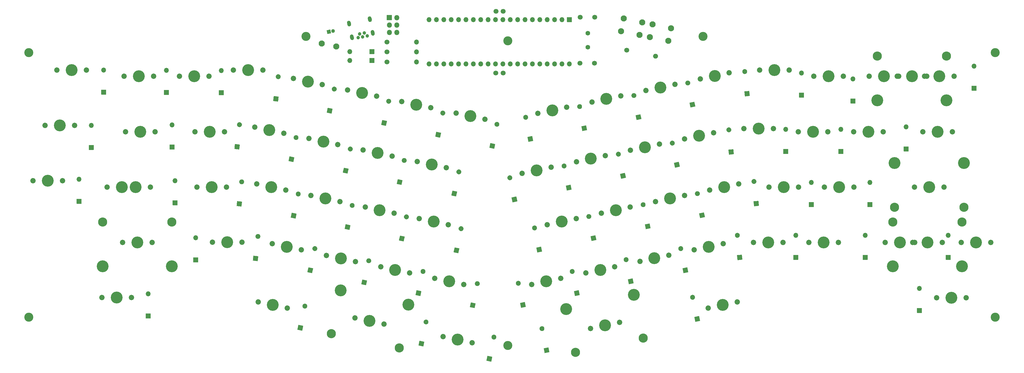
<source format=gbr>
%TF.GenerationSoftware,KiCad,Pcbnew,(5.1.7)-1*%
%TF.CreationDate,2020-11-01T13:45:23+07:00*%
%TF.ProjectId,sesame,73657361-6d65-42e6-9b69-6361645f7063,rev?*%
%TF.SameCoordinates,Original*%
%TF.FileFunction,Soldermask,Top*%
%TF.FilePolarity,Negative*%
%FSLAX46Y46*%
G04 Gerber Fmt 4.6, Leading zero omitted, Abs format (unit mm)*
G04 Created by KiCad (PCBNEW (5.1.7)-1) date 2020-11-01 13:45:23*
%MOMM*%
%LPD*%
G01*
G04 APERTURE LIST*
%ADD10O,1.800000X1.800000*%
%ADD11C,1.200000*%
%ADD12C,3.100000*%
%ADD13C,1.300000*%
%ADD14C,4.087800*%
%ADD15C,1.850000*%
%ADD16C,3.148000*%
%ADD17O,1.700000X1.700000*%
%ADD18C,1.600000*%
%ADD19C,2.100000*%
%ADD20C,1.700000*%
G04 APERTURE END LIST*
D10*
%TO.C,AVR1*%
X173633750Y-74173750D03*
X171093750Y-74173750D03*
X173633750Y-71633750D03*
X171093750Y-71633750D03*
X173633750Y-69093750D03*
G36*
G01*
X170193750Y-69943750D02*
X170193750Y-68243750D01*
G75*
G02*
X170243750Y-68193750I50000J0D01*
G01*
X171943750Y-68193750D01*
G75*
G02*
X171993750Y-68243750I0J-50000D01*
G01*
X171993750Y-69943750D01*
G75*
G02*
X171943750Y-69993750I-50000J0D01*
G01*
X170243750Y-69993750D01*
G75*
G02*
X170193750Y-69943750I0J50000D01*
G01*
G37*
%TD*%
%TO.C,USB1*%
G36*
G01*
X158797549Y-75384011D02*
X158943087Y-76068715D01*
G75*
G02*
X158442434Y-76839654I-635796J-135143D01*
G01*
X158442434Y-76839654D01*
G75*
G02*
X157671495Y-76339001I-135143J635796D01*
G01*
X157525957Y-75654297D01*
G75*
G02*
X158026610Y-74883358I635796J135143D01*
G01*
X158026610Y-74883358D01*
G75*
G02*
X158797549Y-75384011I135143J-635796D01*
G01*
G37*
G36*
G01*
X165938027Y-73866255D02*
X166083565Y-74550959D01*
G75*
G02*
X165582912Y-75321898I-635796J-135143D01*
G01*
X165582912Y-75321898D01*
G75*
G02*
X164811973Y-74821245I-135143J635796D01*
G01*
X164666435Y-74136541D01*
G75*
G02*
X165167088Y-73365602I635796J135143D01*
G01*
X165167088Y-73365602D01*
G75*
G02*
X165938027Y-73866255I135143J-635796D01*
G01*
G37*
D11*
X163494544Y-75356858D03*
X162462532Y-74349410D03*
X161929508Y-75689517D03*
X160897496Y-74682069D03*
X160364472Y-76022175D03*
G36*
G01*
X164935892Y-69151584D02*
X165081430Y-69836288D01*
G75*
G02*
X164580777Y-70607227I-635796J-135143D01*
G01*
X164580777Y-70607227D01*
G75*
G02*
X163809838Y-70106574I-135143J635796D01*
G01*
X163664300Y-69421870D01*
G75*
G02*
X164164953Y-68650931I635796J135143D01*
G01*
X164164953Y-68650931D01*
G75*
G02*
X164935892Y-69151584I135143J-635796D01*
G01*
G37*
G36*
G01*
X157795415Y-70669339D02*
X157940953Y-71354043D01*
G75*
G02*
X157440300Y-72124982I-635796J-135143D01*
G01*
X157440300Y-72124982D01*
G75*
G02*
X156669361Y-71624329I-135143J635796D01*
G01*
X156523823Y-70939625D01*
G75*
G02*
X157024476Y-70168686I635796J135143D01*
G01*
X157024476Y-70168686D01*
G75*
G02*
X157795415Y-70669339I135143J-635796D01*
G01*
G37*
%TD*%
D12*
%TO.C,REF\u002A\u002A*%
X278955500Y-75565000D03*
%TD*%
D13*
%TO.C,C1*%
X151771721Y-73665632D03*
G36*
G01*
X149793451Y-74699532D02*
X149543957Y-73525754D01*
G75*
G02*
X149582468Y-73466451I48907J10396D01*
G01*
X150756246Y-73216957D01*
G75*
G02*
X150815549Y-73255468I10396J-48907D01*
G01*
X151065043Y-74429246D01*
G75*
G02*
X151026532Y-74488549I-48907J-10396D01*
G01*
X149852754Y-74738043D01*
G75*
G02*
X149793451Y-74699532I-10396J48907D01*
G01*
G37*
%TD*%
D14*
%TO.C,MX23*%
X185674000Y-119697500D03*
D15*
X180705010Y-118641309D03*
X190642990Y-120753691D03*
%TD*%
D12*
%TO.C,REF\u002A\u002A*%
X142430500Y-75565000D03*
%TD*%
D14*
%TO.C,MX61*%
X356171500Y-146494500D03*
D15*
X351091500Y-146494500D03*
X361251500Y-146494500D03*
D16*
X344265250Y-139509500D03*
X368077750Y-139509500D03*
D14*
X344265250Y-154749500D03*
X368077750Y-154749500D03*
%TD*%
%TO.C,MX59*%
X346710000Y-146494500D03*
D15*
X341630000Y-146494500D03*
X351790000Y-146494500D03*
%TD*%
D14*
%TO.C,MX31*%
X359664000Y-108394500D03*
D15*
X354584000Y-108394500D03*
X364744000Y-108394500D03*
%TD*%
D14*
%TO.C,MX15*%
X350837500Y-89281000D03*
D15*
X345757500Y-89281000D03*
X355917500Y-89281000D03*
D16*
X338931250Y-82296000D03*
X362743750Y-82296000D03*
D14*
X338931250Y-97536000D03*
X362743750Y-97536000D03*
%TD*%
%TO.C,MX33*%
X83820000Y-127444500D03*
D15*
X78740000Y-127444500D03*
X88900000Y-127444500D03*
%TD*%
D14*
%TO.C,MX18*%
X85471000Y-108394500D03*
D15*
X80391000Y-108394500D03*
X90551000Y-108394500D03*
%TD*%
D14*
%TO.C,MX69*%
X79070200Y-127457200D03*
D15*
X73990200Y-127457200D03*
X84150200Y-127457200D03*
%TD*%
D17*
%TO.C,D60*%
X334772000Y-144018000D03*
G36*
G01*
X335572000Y-152488000D02*
X333972000Y-152488000D01*
G75*
G02*
X333922000Y-152438000I0J50000D01*
G01*
X333922000Y-150838000D01*
G75*
G02*
X333972000Y-150788000I50000J0D01*
G01*
X335572000Y-150788000D01*
G75*
G02*
X335622000Y-150838000I0J-50000D01*
G01*
X335622000Y-152438000D01*
G75*
G02*
X335572000Y-152488000I-50000J0D01*
G01*
G37*
%TD*%
%TO.C,U1*%
X233045000Y-85026500D03*
X184785000Y-69786500D03*
X230505000Y-85026500D03*
X187325000Y-69786500D03*
X227965000Y-85026500D03*
X189865000Y-69786500D03*
X225425000Y-85026500D03*
X192405000Y-69786500D03*
X222885000Y-85026500D03*
X194945000Y-69786500D03*
X220345000Y-85026500D03*
X197485000Y-69786500D03*
X217805000Y-85026500D03*
X200025000Y-69786500D03*
X215265000Y-85026500D03*
X202565000Y-69786500D03*
X212725000Y-85026500D03*
X205105000Y-69786500D03*
X210185000Y-85026500D03*
X207645000Y-69786500D03*
X207645000Y-85026500D03*
X210185000Y-69786500D03*
X205105000Y-85026500D03*
X212725000Y-69786500D03*
X202565000Y-85026500D03*
X215265000Y-69786500D03*
X200025000Y-85026500D03*
X217805000Y-69786500D03*
X197485000Y-85026500D03*
X220345000Y-69786500D03*
X194945000Y-85026500D03*
X222885000Y-69786500D03*
X192405000Y-85026500D03*
X225425000Y-69786500D03*
X189865000Y-85026500D03*
X227965000Y-69786500D03*
X187325000Y-85026500D03*
X230505000Y-69786500D03*
X184785000Y-85026500D03*
G36*
G01*
X232245000Y-68936500D02*
X233845000Y-68936500D01*
G75*
G02*
X233895000Y-68986500I0J-50000D01*
G01*
X233895000Y-70586500D01*
G75*
G02*
X233845000Y-70636500I-50000J0D01*
G01*
X232245000Y-70636500D01*
G75*
G02*
X232195000Y-70586500I0J50000D01*
G01*
X232195000Y-68986500D01*
G75*
G02*
X232245000Y-68936500I50000J0D01*
G01*
G37*
%TD*%
D14*
%TO.C,MX5*%
X143065500Y-91122500D03*
D15*
X138096510Y-90066309D03*
X148034490Y-92178691D03*
%TD*%
D12*
%TO.C,REF\u002A\u002A*%
X211836000Y-181991000D03*
%TD*%
%TO.C,REF\u002A\u002A*%
X379476000Y-172212000D03*
%TD*%
%TO.C,REF\u002A\u002A*%
X379476000Y-81153000D03*
%TD*%
%TO.C,REF\u002A\u002A*%
X47117000Y-81153000D03*
%TD*%
%TO.C,REF\u002A\u002A*%
X47117000Y-172212000D03*
%TD*%
%TO.C,REF\u002A\u002A*%
X211836000Y-77089000D03*
%TD*%
D18*
%TO.C,XTAL1*%
X239331500Y-79302000D03*
X239331500Y-74422000D03*
%TD*%
D14*
%TO.C,MX24*%
X221742000Y-121666000D03*
D15*
X216773010Y-122722191D03*
X226710990Y-120609809D03*
%TD*%
D14*
%TO.C,MX28*%
X298132500Y-107315000D03*
D15*
X293052500Y-107315000D03*
X303212500Y-107315000D03*
%TD*%
D14*
%TO.C,MX66*%
X245300500Y-175069500D03*
D15*
X240331510Y-176125691D03*
X250269490Y-174013309D03*
D16*
X235106693Y-184377310D03*
X258398833Y-179426412D03*
D14*
X231938119Y-169470340D03*
X255230259Y-164519443D03*
%TD*%
%TO.C,MX65*%
X194564000Y-179959000D03*
D15*
X189595010Y-178902809D03*
X199532990Y-181015191D03*
%TD*%
D14*
%TO.C,MX64*%
X164274500Y-173545500D03*
D15*
X159305510Y-172489309D03*
X169243490Y-174601691D03*
D16*
X151176167Y-177902412D03*
X174468307Y-182853310D03*
D14*
X154344741Y-162995443D03*
X177636881Y-167946340D03*
%TD*%
%TO.C,MX46*%
X356806500Y-127444500D03*
D15*
X351726500Y-127444500D03*
X361886500Y-127444500D03*
D16*
X344900250Y-134429500D03*
X368712750Y-134429500D03*
D14*
X344900250Y-119189500D03*
X368712750Y-119189500D03*
%TD*%
%TO.C,MX47*%
X84391500Y-146494500D03*
D15*
X79311500Y-146494500D03*
X89471500Y-146494500D03*
D16*
X72485250Y-139509500D03*
X96297750Y-139509500D03*
D14*
X72485250Y-154749500D03*
X96297750Y-154749500D03*
%TD*%
%TO.C,MX16*%
X360299000Y-89281000D03*
D15*
X355219000Y-89281000D03*
X365379000Y-89281000D03*
%TD*%
D14*
%TO.C,MX45*%
X341249000Y-89281000D03*
D15*
X336169000Y-89281000D03*
X346329000Y-89281000D03*
%TD*%
D14*
%TO.C,MX68*%
X364426500Y-165544500D03*
D15*
X359346500Y-165544500D03*
X369506500Y-165544500D03*
%TD*%
D14*
%TO.C,MX67*%
X285750000Y-168021000D03*
D15*
X280781010Y-169077191D03*
X290718990Y-166964809D03*
%TD*%
D14*
%TO.C,MX63*%
X131000500Y-168021000D03*
D15*
X126031510Y-166964809D03*
X135969490Y-169077191D03*
%TD*%
D14*
%TO.C,MX62*%
X77279500Y-165481000D03*
D15*
X72199500Y-165481000D03*
X82359500Y-165481000D03*
%TD*%
D14*
%TO.C,MX60*%
X372872000Y-146494500D03*
D15*
X367792000Y-146494500D03*
X377952000Y-146494500D03*
%TD*%
D14*
%TO.C,MX58*%
X320484500Y-146494500D03*
D15*
X315404500Y-146494500D03*
X325564500Y-146494500D03*
%TD*%
D14*
%TO.C,MX57*%
X301434500Y-146494500D03*
D15*
X296354500Y-146494500D03*
X306514500Y-146494500D03*
%TD*%
D14*
%TO.C,MX56*%
X280924000Y-148018500D03*
D15*
X275955010Y-149074691D03*
X285892990Y-146962309D03*
%TD*%
D14*
%TO.C,MX55*%
X262255000Y-151955500D03*
D15*
X257286010Y-153011691D03*
X267223990Y-150899309D03*
%TD*%
D14*
%TO.C,MX54*%
X243649500Y-155956000D03*
D15*
X238680510Y-157012191D03*
X248618490Y-154899809D03*
%TD*%
D14*
%TO.C,MX53*%
X225044000Y-159893000D03*
D15*
X220075010Y-160949191D03*
X230012990Y-158836809D03*
%TD*%
D14*
%TO.C,MX52*%
X191706500Y-159893000D03*
D15*
X186737510Y-158836809D03*
X196675490Y-160949191D03*
%TD*%
D14*
%TO.C,MX51*%
X173101000Y-155956000D03*
D15*
X168132010Y-154899809D03*
X178069990Y-157012191D03*
%TD*%
D14*
%TO.C,MX50*%
X154432000Y-152019000D03*
D15*
X149463010Y-150962809D03*
X159400990Y-153075191D03*
%TD*%
D14*
%TO.C,MX49*%
X135826500Y-148018500D03*
D15*
X130857510Y-146962309D03*
X140795490Y-149074691D03*
%TD*%
D14*
%TO.C,MX48*%
X115316000Y-146431000D03*
D15*
X110236000Y-146431000D03*
X120396000Y-146431000D03*
%TD*%
D14*
%TO.C,MX44*%
X325818500Y-127444500D03*
D15*
X320738500Y-127444500D03*
X330898500Y-127444500D03*
%TD*%
D14*
%TO.C,MX43*%
X306768500Y-127444500D03*
D15*
X301688500Y-127444500D03*
X311848500Y-127444500D03*
%TD*%
D14*
%TO.C,MX42*%
X286258000Y-127444500D03*
D15*
X281289010Y-128500691D03*
X291226990Y-126388309D03*
%TD*%
D14*
%TO.C,MX41*%
X267652500Y-131381500D03*
D15*
X262683510Y-132437691D03*
X272621490Y-130325309D03*
%TD*%
D14*
%TO.C,MX40*%
X248983500Y-135382000D03*
D15*
X244014510Y-136438191D03*
X253952490Y-134325809D03*
%TD*%
D14*
%TO.C,MX39*%
X230378000Y-139319000D03*
D15*
X225409010Y-140375191D03*
X235346990Y-138262809D03*
%TD*%
D14*
%TO.C,MX38*%
X186372500Y-139319000D03*
D15*
X181403510Y-138262809D03*
X191341490Y-140375191D03*
%TD*%
D14*
%TO.C,MX37*%
X167767000Y-135382000D03*
D15*
X162798010Y-134325809D03*
X172735990Y-136438191D03*
%TD*%
D14*
%TO.C,MX36*%
X149098000Y-131381500D03*
D15*
X144129010Y-130325309D03*
X154066990Y-132437691D03*
%TD*%
D14*
%TO.C,MX35*%
X130492500Y-127444500D03*
D15*
X125523510Y-126388309D03*
X135461490Y-128500691D03*
%TD*%
D14*
%TO.C,MX34*%
X109982000Y-127444500D03*
D15*
X104902000Y-127444500D03*
X115062000Y-127444500D03*
%TD*%
D14*
%TO.C,MX32*%
X53594000Y-125285500D03*
D15*
X48514000Y-125285500D03*
X58674000Y-125285500D03*
%TD*%
D14*
%TO.C,MX30*%
X335851500Y-108394500D03*
D15*
X330771500Y-108394500D03*
X340931500Y-108394500D03*
%TD*%
D14*
%TO.C,MX29*%
X316801500Y-108394500D03*
D15*
X311721500Y-108394500D03*
X321881500Y-108394500D03*
%TD*%
D14*
%TO.C,MX27*%
X277622000Y-109791500D03*
D15*
X272653010Y-110847691D03*
X282590990Y-108735309D03*
%TD*%
D14*
%TO.C,MX26*%
X259016500Y-113728500D03*
D15*
X254047510Y-114784691D03*
X263985490Y-112672309D03*
%TD*%
D14*
%TO.C,MX25*%
X240411000Y-117665500D03*
D15*
X235442010Y-118721691D03*
X245379990Y-116609309D03*
%TD*%
D14*
%TO.C,MX22*%
X167068500Y-115697000D03*
D15*
X162099510Y-114640809D03*
X172037490Y-116753191D03*
%TD*%
D14*
%TO.C,MX21*%
X148399500Y-111760000D03*
D15*
X143430510Y-110703809D03*
X153368490Y-112816191D03*
%TD*%
D14*
%TO.C,MX20*%
X129794000Y-107823000D03*
D15*
X124825010Y-106766809D03*
X134762990Y-108879191D03*
%TD*%
D14*
%TO.C,MX19*%
X109283500Y-108394500D03*
D15*
X104203500Y-108394500D03*
X114363500Y-108394500D03*
%TD*%
D14*
%TO.C,MX17*%
X57721500Y-106235500D03*
D15*
X52641500Y-106235500D03*
X62801500Y-106235500D03*
%TD*%
D14*
%TO.C,MX14*%
X322199000Y-89281000D03*
D15*
X317119000Y-89281000D03*
X327279000Y-89281000D03*
%TD*%
D14*
%TO.C,MX13*%
X303530000Y-87185500D03*
D15*
X298450000Y-87185500D03*
X308610000Y-87185500D03*
%TD*%
D14*
%TO.C,MX12*%
X283019500Y-89154000D03*
D15*
X278050510Y-90210191D03*
X287988490Y-88097809D03*
%TD*%
D14*
%TO.C,MX11*%
X264350500Y-93154500D03*
D15*
X259381510Y-94210691D03*
X269319490Y-92098309D03*
%TD*%
D14*
%TO.C,MX10*%
X245745000Y-97091500D03*
D15*
X240776010Y-98147691D03*
X250713990Y-96035309D03*
%TD*%
D14*
%TO.C,MX9*%
X227139500Y-101028500D03*
D15*
X222170510Y-102084691D03*
X232108490Y-99972309D03*
%TD*%
D14*
%TO.C,MX8*%
X199009000Y-102997000D03*
D15*
X194040010Y-101940809D03*
X203977990Y-104053191D03*
%TD*%
D14*
%TO.C,MX7*%
X180340000Y-99060000D03*
D15*
X175371010Y-98003809D03*
X185308990Y-100116191D03*
%TD*%
D14*
%TO.C,MX6*%
X161734500Y-95059500D03*
D15*
X156765510Y-94003309D03*
X166703490Y-96115691D03*
%TD*%
D14*
%TO.C,MX4*%
X122555000Y-87185500D03*
D15*
X117475000Y-87185500D03*
X127635000Y-87185500D03*
%TD*%
D14*
%TO.C,MX3*%
X103981250Y-89281000D03*
D15*
X98901250Y-89281000D03*
X109061250Y-89281000D03*
%TD*%
D14*
%TO.C,MX2*%
X84931250Y-89281000D03*
D15*
X79851250Y-89281000D03*
X90011250Y-89281000D03*
%TD*%
D14*
%TO.C,MX1*%
X61849000Y-87185500D03*
D15*
X56769000Y-87185500D03*
X66929000Y-87185500D03*
%TD*%
D19*
%TO.C,Reset1*%
X267977959Y-72725426D03*
X267042357Y-77127090D03*
X261620000Y-71374000D03*
X260684397Y-75775664D03*
%TD*%
%TO.C,R6*%
G36*
G01*
X261836555Y-82199658D02*
X261836555Y-82199658D01*
G75*
G02*
X262844705Y-81544958I831425J-176725D01*
G01*
X262844705Y-81544958D01*
G75*
G02*
X263499405Y-82553108I-176725J-831425D01*
G01*
X263499405Y-82553108D01*
G75*
G02*
X262491255Y-83207808I-831425J176725D01*
G01*
X262491255Y-83207808D01*
G75*
G02*
X261836555Y-82199658I176725J831425D01*
G01*
G37*
D20*
X252730000Y-80264000D03*
%TD*%
D17*
%TO.C,R3*%
X180403500Y-80899000D03*
D20*
X170243500Y-80899000D03*
%TD*%
D17*
%TO.C,R2*%
X180403500Y-77470000D03*
D20*
X170243500Y-77470000D03*
%TD*%
D17*
%TO.C,R1*%
X180403500Y-84328000D03*
D20*
X170243500Y-84328000D03*
%TD*%
D19*
%TO.C,F1*%
X152794911Y-79043973D03*
X147828000Y-77978000D03*
%TD*%
D17*
%TO.C,D68*%
X353441000Y-162306000D03*
G36*
G01*
X354241000Y-170776000D02*
X352641000Y-170776000D01*
G75*
G02*
X352591000Y-170726000I0J50000D01*
G01*
X352591000Y-169126000D01*
G75*
G02*
X352641000Y-169076000I50000J0D01*
G01*
X354241000Y-169076000D01*
G75*
G02*
X354291000Y-169126000I0J-50000D01*
G01*
X354291000Y-170726000D01*
G75*
G02*
X354241000Y-170776000I-50000J0D01*
G01*
G37*
%TD*%
%TO.C,D67*%
G36*
G01*
X275579438Y-166224940D02*
X275579438Y-166224940D01*
G75*
G02*
X274571288Y-165570240I-176725J831425D01*
G01*
X274571288Y-165570240D01*
G75*
G02*
X275225988Y-164562090I831425J176725D01*
G01*
X275225988Y-164562090D01*
G75*
G02*
X276234138Y-165216790I176725J-831425D01*
G01*
X276234138Y-165216790D01*
G75*
G02*
X275579438Y-166224940I-831425J-176725D01*
G01*
G37*
G36*
G01*
X277946243Y-173512096D02*
X276381207Y-173844754D01*
G75*
G02*
X276321904Y-173806243I-10396J48907D01*
G01*
X275989246Y-172241207D01*
G75*
G02*
X276027757Y-172181904I48907J10396D01*
G01*
X277592793Y-171849246D01*
G75*
G02*
X277652096Y-171887757I10396J-48907D01*
G01*
X277984754Y-173452793D01*
G75*
G02*
X277946243Y-173512096I-48907J-10396D01*
G01*
G37*
%TD*%
%TO.C,D66*%
G36*
G01*
X223763438Y-177019940D02*
X223763438Y-177019940D01*
G75*
G02*
X222755288Y-176365240I-176725J831425D01*
G01*
X222755288Y-176365240D01*
G75*
G02*
X223409988Y-175357090I831425J176725D01*
G01*
X223409988Y-175357090D01*
G75*
G02*
X224418138Y-176011790I176725J-831425D01*
G01*
X224418138Y-176011790D01*
G75*
G02*
X223763438Y-177019940I-831425J-176725D01*
G01*
G37*
G36*
G01*
X226130243Y-184307096D02*
X224565207Y-184639754D01*
G75*
G02*
X224505904Y-184601243I-10396J48907D01*
G01*
X224173246Y-183036207D01*
G75*
G02*
X224211757Y-182976904I48907J10396D01*
G01*
X225776793Y-182644246D01*
G75*
G02*
X225836096Y-182682757I10396J-48907D01*
G01*
X226168754Y-184247793D01*
G75*
G02*
X226130243Y-184307096I-48907J-10396D01*
G01*
G37*
%TD*%
%TO.C,D65*%
G36*
G01*
X206893562Y-179940940D02*
X206893562Y-179940940D01*
G75*
G02*
X206238862Y-178932790I176725J831425D01*
G01*
X206238862Y-178932790D01*
G75*
G02*
X207247012Y-178278090I831425J-176725D01*
G01*
X207247012Y-178278090D01*
G75*
G02*
X207901712Y-179286240I-176725J-831425D01*
G01*
X207901712Y-179286240D01*
G75*
G02*
X206893562Y-179940940I-831425J176725D01*
G01*
G37*
G36*
G01*
X206091793Y-187560754D02*
X204526757Y-187228096D01*
G75*
G02*
X204488246Y-187168793I10396J48907D01*
G01*
X204820904Y-185603757D01*
G75*
G02*
X204880207Y-185565246I48907J-10396D01*
G01*
X206445243Y-185897904D01*
G75*
G02*
X206483754Y-185957207I-10396J-48907D01*
G01*
X206151096Y-187522243D01*
G75*
G02*
X206091793Y-187560754I-48907J10396D01*
G01*
G37*
%TD*%
%TO.C,D64*%
G36*
G01*
X183525562Y-174733940D02*
X183525562Y-174733940D01*
G75*
G02*
X182870862Y-173725790I176725J831425D01*
G01*
X182870862Y-173725790D01*
G75*
G02*
X183879012Y-173071090I831425J-176725D01*
G01*
X183879012Y-173071090D01*
G75*
G02*
X184533712Y-174079240I-176725J-831425D01*
G01*
X184533712Y-174079240D01*
G75*
G02*
X183525562Y-174733940I-831425J176725D01*
G01*
G37*
G36*
G01*
X182723793Y-182353754D02*
X181158757Y-182021096D01*
G75*
G02*
X181120246Y-181961793I10396J48907D01*
G01*
X181452904Y-180396757D01*
G75*
G02*
X181512207Y-180358246I48907J-10396D01*
G01*
X183077243Y-180690904D01*
G75*
G02*
X183115754Y-180750207I-10396J-48907D01*
G01*
X182783096Y-182315243D01*
G75*
G02*
X182723793Y-182353754I-48907J10396D01*
G01*
G37*
%TD*%
%TO.C,D63*%
G36*
G01*
X141869562Y-169272940D02*
X141869562Y-169272940D01*
G75*
G02*
X141214862Y-168264790I176725J831425D01*
G01*
X141214862Y-168264790D01*
G75*
G02*
X142223012Y-167610090I831425J-176725D01*
G01*
X142223012Y-167610090D01*
G75*
G02*
X142877712Y-168618240I-176725J-831425D01*
G01*
X142877712Y-168618240D01*
G75*
G02*
X141869562Y-169272940I-831425J176725D01*
G01*
G37*
G36*
G01*
X141067793Y-176892754D02*
X139502757Y-176560096D01*
G75*
G02*
X139464246Y-176500793I10396J48907D01*
G01*
X139796904Y-174935757D01*
G75*
G02*
X139856207Y-174897246I48907J-10396D01*
G01*
X141421243Y-175229904D01*
G75*
G02*
X141459754Y-175289207I-10396J-48907D01*
G01*
X141127096Y-176854243D01*
G75*
G02*
X141067793Y-176892754I-48907J10396D01*
G01*
G37*
%TD*%
%TO.C,D62*%
X88138000Y-164211000D03*
G36*
G01*
X88938000Y-172681000D02*
X87338000Y-172681000D01*
G75*
G02*
X87288000Y-172631000I0J50000D01*
G01*
X87288000Y-171031000D01*
G75*
G02*
X87338000Y-170981000I50000J0D01*
G01*
X88938000Y-170981000D01*
G75*
G02*
X88988000Y-171031000I0J-50000D01*
G01*
X88988000Y-172631000D01*
G75*
G02*
X88938000Y-172681000I-50000J0D01*
G01*
G37*
%TD*%
%TO.C,D61*%
X363347000Y-144018000D03*
G36*
G01*
X364147000Y-152488000D02*
X362547000Y-152488000D01*
G75*
G02*
X362497000Y-152438000I0J50000D01*
G01*
X362497000Y-150838000D01*
G75*
G02*
X362547000Y-150788000I50000J0D01*
G01*
X364147000Y-150788000D01*
G75*
G02*
X364197000Y-150838000I0J-50000D01*
G01*
X364197000Y-152438000D01*
G75*
G02*
X364147000Y-152488000I-50000J0D01*
G01*
G37*
%TD*%
%TO.C,D59*%
X310896000Y-144018000D03*
G36*
G01*
X311696000Y-152488000D02*
X310096000Y-152488000D01*
G75*
G02*
X310046000Y-152438000I0J50000D01*
G01*
X310046000Y-150838000D01*
G75*
G02*
X310096000Y-150788000I50000J0D01*
G01*
X311696000Y-150788000D01*
G75*
G02*
X311746000Y-150838000I0J-50000D01*
G01*
X311746000Y-152438000D01*
G75*
G02*
X311696000Y-152488000I-50000J0D01*
G01*
G37*
%TD*%
%TO.C,D58*%
G36*
G01*
X290884342Y-144905087D02*
X290884342Y-144905087D01*
G75*
G02*
X289950149Y-144148592I-88849J845344D01*
G01*
X289950149Y-144148592D01*
G75*
G02*
X290706644Y-143214399I845344J88849D01*
G01*
X290706644Y-143214399D01*
G75*
G02*
X291640837Y-143970894I88849J-845344D01*
G01*
X291640837Y-143970894D01*
G75*
G02*
X290884342Y-144905087I-845344J-88849D01*
G01*
G37*
G36*
G01*
X292476466Y-152399721D02*
X290885231Y-152566966D01*
G75*
G02*
X290830279Y-152522466I-5226J49726D01*
G01*
X290663034Y-150931231D01*
G75*
G02*
X290707534Y-150876279I49726J5226D01*
G01*
X292298769Y-150709034D01*
G75*
G02*
X292353721Y-150753534I5226J-49726D01*
G01*
X292520966Y-152344769D01*
G75*
G02*
X292476466Y-152399721I-49726J-5226D01*
G01*
G37*
%TD*%
%TO.C,D57*%
G36*
G01*
X271515438Y-149460940D02*
X271515438Y-149460940D01*
G75*
G02*
X270507288Y-148806240I-176725J831425D01*
G01*
X270507288Y-148806240D01*
G75*
G02*
X271161988Y-147798090I831425J176725D01*
G01*
X271161988Y-147798090D01*
G75*
G02*
X272170138Y-148452790I176725J-831425D01*
G01*
X272170138Y-148452790D01*
G75*
G02*
X271515438Y-149460940I-831425J-176725D01*
G01*
G37*
G36*
G01*
X273882243Y-156748096D02*
X272317207Y-157080754D01*
G75*
G02*
X272257904Y-157042243I-10396J48907D01*
G01*
X271925246Y-155477207D01*
G75*
G02*
X271963757Y-155417904I48907J10396D01*
G01*
X273528793Y-155085246D01*
G75*
G02*
X273588096Y-155123757I10396J-48907D01*
G01*
X273920754Y-156688793D01*
G75*
G02*
X273882243Y-156748096I-48907J-10396D01*
G01*
G37*
%TD*%
%TO.C,D56*%
G36*
G01*
X252719438Y-153270940D02*
X252719438Y-153270940D01*
G75*
G02*
X251711288Y-152616240I-176725J831425D01*
G01*
X251711288Y-152616240D01*
G75*
G02*
X252365988Y-151608090I831425J176725D01*
G01*
X252365988Y-151608090D01*
G75*
G02*
X253374138Y-152262790I176725J-831425D01*
G01*
X253374138Y-152262790D01*
G75*
G02*
X252719438Y-153270940I-831425J-176725D01*
G01*
G37*
G36*
G01*
X255086243Y-160558096D02*
X253521207Y-160890754D01*
G75*
G02*
X253461904Y-160852243I-10396J48907D01*
G01*
X253129246Y-159287207D01*
G75*
G02*
X253167757Y-159227904I48907J10396D01*
G01*
X254732793Y-158895246D01*
G75*
G02*
X254792096Y-158933757I10396J-48907D01*
G01*
X255124754Y-160498793D01*
G75*
G02*
X255086243Y-160558096I-48907J-10396D01*
G01*
G37*
%TD*%
%TO.C,D55*%
G36*
G01*
X234177438Y-157334940D02*
X234177438Y-157334940D01*
G75*
G02*
X233169288Y-156680240I-176725J831425D01*
G01*
X233169288Y-156680240D01*
G75*
G02*
X233823988Y-155672090I831425J176725D01*
G01*
X233823988Y-155672090D01*
G75*
G02*
X234832138Y-156326790I176725J-831425D01*
G01*
X234832138Y-156326790D01*
G75*
G02*
X234177438Y-157334940I-831425J-176725D01*
G01*
G37*
G36*
G01*
X236544243Y-164622096D02*
X234979207Y-164954754D01*
G75*
G02*
X234919904Y-164916243I-10396J48907D01*
G01*
X234587246Y-163351207D01*
G75*
G02*
X234625757Y-163291904I48907J10396D01*
G01*
X236190793Y-162959246D01*
G75*
G02*
X236250096Y-162997757I10396J-48907D01*
G01*
X236582754Y-164562793D01*
G75*
G02*
X236544243Y-164622096I-48907J-10396D01*
G01*
G37*
%TD*%
%TO.C,D54*%
G36*
G01*
X215635438Y-161398940D02*
X215635438Y-161398940D01*
G75*
G02*
X214627288Y-160744240I-176725J831425D01*
G01*
X214627288Y-160744240D01*
G75*
G02*
X215281988Y-159736090I831425J176725D01*
G01*
X215281988Y-159736090D01*
G75*
G02*
X216290138Y-160390790I176725J-831425D01*
G01*
X216290138Y-160390790D01*
G75*
G02*
X215635438Y-161398940I-831425J-176725D01*
G01*
G37*
G36*
G01*
X218002243Y-168686096D02*
X216437207Y-169018754D01*
G75*
G02*
X216377904Y-168980243I-10396J48907D01*
G01*
X216045246Y-167415207D01*
G75*
G02*
X216083757Y-167355904I48907J10396D01*
G01*
X217648793Y-167023246D01*
G75*
G02*
X217708096Y-167061757I10396J-48907D01*
G01*
X218040754Y-168626793D01*
G75*
G02*
X218002243Y-168686096I-48907J-10396D01*
G01*
G37*
%TD*%
%TO.C,D53*%
G36*
G01*
X201178562Y-161525940D02*
X201178562Y-161525940D01*
G75*
G02*
X200523862Y-160517790I176725J831425D01*
G01*
X200523862Y-160517790D01*
G75*
G02*
X201532012Y-159863090I831425J-176725D01*
G01*
X201532012Y-159863090D01*
G75*
G02*
X202186712Y-160871240I-176725J-831425D01*
G01*
X202186712Y-160871240D01*
G75*
G02*
X201178562Y-161525940I-831425J176725D01*
G01*
G37*
G36*
G01*
X200376793Y-169145754D02*
X198811757Y-168813096D01*
G75*
G02*
X198773246Y-168753793I10396J48907D01*
G01*
X199105904Y-167188757D01*
G75*
G02*
X199165207Y-167150246I48907J-10396D01*
G01*
X200730243Y-167482904D01*
G75*
G02*
X200768754Y-167542207I-10396J-48907D01*
G01*
X200436096Y-169107243D01*
G75*
G02*
X200376793Y-169145754I-48907J10396D01*
G01*
G37*
%TD*%
%TO.C,D52*%
G36*
G01*
X182509562Y-157334940D02*
X182509562Y-157334940D01*
G75*
G02*
X181854862Y-156326790I176725J831425D01*
G01*
X181854862Y-156326790D01*
G75*
G02*
X182863012Y-155672090I831425J-176725D01*
G01*
X182863012Y-155672090D01*
G75*
G02*
X183517712Y-156680240I-176725J-831425D01*
G01*
X183517712Y-156680240D01*
G75*
G02*
X182509562Y-157334940I-831425J176725D01*
G01*
G37*
G36*
G01*
X181707793Y-164954754D02*
X180142757Y-164622096D01*
G75*
G02*
X180104246Y-164562793I10396J48907D01*
G01*
X180436904Y-162997757D01*
G75*
G02*
X180496207Y-162959246I48907J-10396D01*
G01*
X182061243Y-163291904D01*
G75*
G02*
X182099754Y-163351207I-10396J-48907D01*
G01*
X181767096Y-164916243D01*
G75*
G02*
X181707793Y-164954754I-48907J10396D01*
G01*
G37*
%TD*%
%TO.C,D51*%
G36*
G01*
X163840562Y-153651940D02*
X163840562Y-153651940D01*
G75*
G02*
X163185862Y-152643790I176725J831425D01*
G01*
X163185862Y-152643790D01*
G75*
G02*
X164194012Y-151989090I831425J-176725D01*
G01*
X164194012Y-151989090D01*
G75*
G02*
X164848712Y-152997240I-176725J-831425D01*
G01*
X164848712Y-152997240D01*
G75*
G02*
X163840562Y-153651940I-831425J176725D01*
G01*
G37*
G36*
G01*
X163038793Y-161271754D02*
X161473757Y-160939096D01*
G75*
G02*
X161435246Y-160879793I10396J48907D01*
G01*
X161767904Y-159314757D01*
G75*
G02*
X161827207Y-159276246I48907J-10396D01*
G01*
X163392243Y-159608904D01*
G75*
G02*
X163430754Y-159668207I-10396J-48907D01*
G01*
X163098096Y-161233243D01*
G75*
G02*
X163038793Y-161271754I-48907J10396D01*
G01*
G37*
%TD*%
%TO.C,D50*%
G36*
G01*
X145298562Y-149460940D02*
X145298562Y-149460940D01*
G75*
G02*
X144643862Y-148452790I176725J831425D01*
G01*
X144643862Y-148452790D01*
G75*
G02*
X145652012Y-147798090I831425J-176725D01*
G01*
X145652012Y-147798090D01*
G75*
G02*
X146306712Y-148806240I-176725J-831425D01*
G01*
X146306712Y-148806240D01*
G75*
G02*
X145298562Y-149460940I-831425J176725D01*
G01*
G37*
G36*
G01*
X144496793Y-157080754D02*
X142931757Y-156748096D01*
G75*
G02*
X142893246Y-156688793I10396J48907D01*
G01*
X143225904Y-155123757D01*
G75*
G02*
X143285207Y-155085246I48907J-10396D01*
G01*
X144850243Y-155417904D01*
G75*
G02*
X144888754Y-155477207I-10396J-48907D01*
G01*
X144556096Y-157042243D01*
G75*
G02*
X144496793Y-157080754I-48907J10396D01*
G01*
G37*
%TD*%
%TO.C,D49*%
G36*
G01*
X125802658Y-145286087D02*
X125802658Y-145286087D01*
G75*
G02*
X125046163Y-144351894I88849J845344D01*
G01*
X125046163Y-144351894D01*
G75*
G02*
X125980356Y-143595399I845344J-88849D01*
G01*
X125980356Y-143595399D01*
G75*
G02*
X126736851Y-144529592I-88849J-845344D01*
G01*
X126736851Y-144529592D01*
G75*
G02*
X125802658Y-145286087I-845344J88849D01*
G01*
G37*
G36*
G01*
X125801769Y-152947966D02*
X124210534Y-152780721D01*
G75*
G02*
X124166034Y-152725769I5226J49726D01*
G01*
X124333279Y-151134534D01*
G75*
G02*
X124388231Y-151090034I49726J-5226D01*
G01*
X125979466Y-151257279D01*
G75*
G02*
X126023966Y-151312231I-5226J-49726D01*
G01*
X125856721Y-152903466D01*
G75*
G02*
X125801769Y-152947966I-49726J5226D01*
G01*
G37*
%TD*%
%TO.C,D48*%
X104521000Y-144907000D03*
G36*
G01*
X105321000Y-153377000D02*
X103721000Y-153377000D01*
G75*
G02*
X103671000Y-153327000I0J50000D01*
G01*
X103671000Y-151727000D01*
G75*
G02*
X103721000Y-151677000I50000J0D01*
G01*
X105321000Y-151677000D01*
G75*
G02*
X105371000Y-151727000I0J-50000D01*
G01*
X105371000Y-153327000D01*
G75*
G02*
X105321000Y-153377000I-50000J0D01*
G01*
G37*
%TD*%
%TO.C,D47*%
X336423000Y-125857000D03*
G36*
G01*
X337223000Y-134327000D02*
X335623000Y-134327000D01*
G75*
G02*
X335573000Y-134277000I0J50000D01*
G01*
X335573000Y-132677000D01*
G75*
G02*
X335623000Y-132627000I50000J0D01*
G01*
X337223000Y-132627000D01*
G75*
G02*
X337273000Y-132677000I0J-50000D01*
G01*
X337273000Y-134277000D01*
G75*
G02*
X337223000Y-134327000I-50000J0D01*
G01*
G37*
%TD*%
%TO.C,D45*%
X316230000Y-125857000D03*
G36*
G01*
X317030000Y-134327000D02*
X315430000Y-134327000D01*
G75*
G02*
X315380000Y-134277000I0J50000D01*
G01*
X315380000Y-132677000D01*
G75*
G02*
X315430000Y-132627000I50000J0D01*
G01*
X317030000Y-132627000D01*
G75*
G02*
X317080000Y-132677000I0J-50000D01*
G01*
X317080000Y-134277000D01*
G75*
G02*
X317030000Y-134327000I-50000J0D01*
G01*
G37*
%TD*%
%TO.C,D44*%
G36*
G01*
X296599342Y-126363087D02*
X296599342Y-126363087D01*
G75*
G02*
X295665149Y-125606592I-88849J845344D01*
G01*
X295665149Y-125606592D01*
G75*
G02*
X296421644Y-124672399I845344J88849D01*
G01*
X296421644Y-124672399D01*
G75*
G02*
X297355837Y-125428894I88849J-845344D01*
G01*
X297355837Y-125428894D01*
G75*
G02*
X296599342Y-126363087I-845344J-88849D01*
G01*
G37*
G36*
G01*
X298191466Y-133857721D02*
X296600231Y-134024966D01*
G75*
G02*
X296545279Y-133980466I-5226J49726D01*
G01*
X296378034Y-132389231D01*
G75*
G02*
X296422534Y-132334279I49726J5226D01*
G01*
X298013769Y-132167034D01*
G75*
G02*
X298068721Y-132211534I5226J-49726D01*
G01*
X298235966Y-133802769D01*
G75*
G02*
X298191466Y-133857721I-49726J-5226D01*
G01*
G37*
%TD*%
%TO.C,D43*%
G36*
G01*
X277230438Y-130537940D02*
X277230438Y-130537940D01*
G75*
G02*
X276222288Y-129883240I-176725J831425D01*
G01*
X276222288Y-129883240D01*
G75*
G02*
X276876988Y-128875090I831425J176725D01*
G01*
X276876988Y-128875090D01*
G75*
G02*
X277885138Y-129529790I176725J-831425D01*
G01*
X277885138Y-129529790D01*
G75*
G02*
X277230438Y-130537940I-831425J-176725D01*
G01*
G37*
G36*
G01*
X279597243Y-137825096D02*
X278032207Y-138157754D01*
G75*
G02*
X277972904Y-138119243I-10396J48907D01*
G01*
X277640246Y-136554207D01*
G75*
G02*
X277678757Y-136494904I48907J10396D01*
G01*
X279243793Y-136162246D01*
G75*
G02*
X279303096Y-136200757I10396J-48907D01*
G01*
X279635754Y-137765793D01*
G75*
G02*
X279597243Y-137825096I-48907J-10396D01*
G01*
G37*
%TD*%
%TO.C,D42*%
G36*
G01*
X258561438Y-134347940D02*
X258561438Y-134347940D01*
G75*
G02*
X257553288Y-133693240I-176725J831425D01*
G01*
X257553288Y-133693240D01*
G75*
G02*
X258207988Y-132685090I831425J176725D01*
G01*
X258207988Y-132685090D01*
G75*
G02*
X259216138Y-133339790I176725J-831425D01*
G01*
X259216138Y-133339790D01*
G75*
G02*
X258561438Y-134347940I-831425J-176725D01*
G01*
G37*
G36*
G01*
X260928243Y-141635096D02*
X259363207Y-141967754D01*
G75*
G02*
X259303904Y-141929243I-10396J48907D01*
G01*
X258971246Y-140364207D01*
G75*
G02*
X259009757Y-140304904I48907J10396D01*
G01*
X260574793Y-139972246D01*
G75*
G02*
X260634096Y-140010757I10396J-48907D01*
G01*
X260966754Y-141575793D01*
G75*
G02*
X260928243Y-141635096I-48907J-10396D01*
G01*
G37*
%TD*%
%TO.C,D41*%
G36*
G01*
X239892438Y-138411940D02*
X239892438Y-138411940D01*
G75*
G02*
X238884288Y-137757240I-176725J831425D01*
G01*
X238884288Y-137757240D01*
G75*
G02*
X239538988Y-136749090I831425J176725D01*
G01*
X239538988Y-136749090D01*
G75*
G02*
X240547138Y-137403790I176725J-831425D01*
G01*
X240547138Y-137403790D01*
G75*
G02*
X239892438Y-138411940I-831425J-176725D01*
G01*
G37*
G36*
G01*
X242259243Y-145699096D02*
X240694207Y-146031754D01*
G75*
G02*
X240634904Y-145993243I-10396J48907D01*
G01*
X240302246Y-144428207D01*
G75*
G02*
X240340757Y-144368904I48907J10396D01*
G01*
X241905793Y-144036246D01*
G75*
G02*
X241965096Y-144074757I10396J-48907D01*
G01*
X242297754Y-145639793D01*
G75*
G02*
X242259243Y-145699096I-48907J-10396D01*
G01*
G37*
%TD*%
%TO.C,D40*%
G36*
G01*
X221223438Y-142348940D02*
X221223438Y-142348940D01*
G75*
G02*
X220215288Y-141694240I-176725J831425D01*
G01*
X220215288Y-141694240D01*
G75*
G02*
X220869988Y-140686090I831425J176725D01*
G01*
X220869988Y-140686090D01*
G75*
G02*
X221878138Y-141340790I176725J-831425D01*
G01*
X221878138Y-141340790D01*
G75*
G02*
X221223438Y-142348940I-831425J-176725D01*
G01*
G37*
G36*
G01*
X223590243Y-149636096D02*
X222025207Y-149968754D01*
G75*
G02*
X221965904Y-149930243I-10396J48907D01*
G01*
X221633246Y-148365207D01*
G75*
G02*
X221671757Y-148305904I48907J10396D01*
G01*
X223236793Y-147973246D01*
G75*
G02*
X223296096Y-148011757I10396J-48907D01*
G01*
X223628754Y-149576793D01*
G75*
G02*
X223590243Y-149636096I-48907J-10396D01*
G01*
G37*
%TD*%
%TO.C,D39*%
G36*
G01*
X195590562Y-142602940D02*
X195590562Y-142602940D01*
G75*
G02*
X194935862Y-141594790I176725J831425D01*
G01*
X194935862Y-141594790D01*
G75*
G02*
X195944012Y-140940090I831425J-176725D01*
G01*
X195944012Y-140940090D01*
G75*
G02*
X196598712Y-141948240I-176725J-831425D01*
G01*
X196598712Y-141948240D01*
G75*
G02*
X195590562Y-142602940I-831425J176725D01*
G01*
G37*
G36*
G01*
X194788793Y-150222754D02*
X193223757Y-149890096D01*
G75*
G02*
X193185246Y-149830793I10396J48907D01*
G01*
X193517904Y-148265757D01*
G75*
G02*
X193577207Y-148227246I48907J-10396D01*
G01*
X195142243Y-148559904D01*
G75*
G02*
X195180754Y-148619207I-10396J-48907D01*
G01*
X194848096Y-150184243D01*
G75*
G02*
X194788793Y-150222754I-48907J10396D01*
G01*
G37*
%TD*%
%TO.C,D38*%
G36*
G01*
X176794562Y-138538940D02*
X176794562Y-138538940D01*
G75*
G02*
X176139862Y-137530790I176725J831425D01*
G01*
X176139862Y-137530790D01*
G75*
G02*
X177148012Y-136876090I831425J-176725D01*
G01*
X177148012Y-136876090D01*
G75*
G02*
X177802712Y-137884240I-176725J-831425D01*
G01*
X177802712Y-137884240D01*
G75*
G02*
X176794562Y-138538940I-831425J176725D01*
G01*
G37*
G36*
G01*
X175992793Y-146158754D02*
X174427757Y-145826096D01*
G75*
G02*
X174389246Y-145766793I10396J48907D01*
G01*
X174721904Y-144201757D01*
G75*
G02*
X174781207Y-144163246I48907J-10396D01*
G01*
X176346243Y-144495904D01*
G75*
G02*
X176384754Y-144555207I-10396J-48907D01*
G01*
X176052096Y-146120243D01*
G75*
G02*
X175992793Y-146158754I-48907J10396D01*
G01*
G37*
%TD*%
%TO.C,D37*%
G36*
G01*
X158125562Y-134601940D02*
X158125562Y-134601940D01*
G75*
G02*
X157470862Y-133593790I176725J831425D01*
G01*
X157470862Y-133593790D01*
G75*
G02*
X158479012Y-132939090I831425J-176725D01*
G01*
X158479012Y-132939090D01*
G75*
G02*
X159133712Y-133947240I-176725J-831425D01*
G01*
X159133712Y-133947240D01*
G75*
G02*
X158125562Y-134601940I-831425J176725D01*
G01*
G37*
G36*
G01*
X157323793Y-142221754D02*
X155758757Y-141889096D01*
G75*
G02*
X155720246Y-141829793I10396J48907D01*
G01*
X156052904Y-140264757D01*
G75*
G02*
X156112207Y-140226246I48907J-10396D01*
G01*
X157677243Y-140558904D01*
G75*
G02*
X157715754Y-140618207I-10396J-48907D01*
G01*
X157383096Y-142183243D01*
G75*
G02*
X157323793Y-142221754I-48907J10396D01*
G01*
G37*
%TD*%
%TO.C,D36*%
G36*
G01*
X139583562Y-130664940D02*
X139583562Y-130664940D01*
G75*
G02*
X138928862Y-129656790I176725J831425D01*
G01*
X138928862Y-129656790D01*
G75*
G02*
X139937012Y-129002090I831425J-176725D01*
G01*
X139937012Y-129002090D01*
G75*
G02*
X140591712Y-130010240I-176725J-831425D01*
G01*
X140591712Y-130010240D01*
G75*
G02*
X139583562Y-130664940I-831425J176725D01*
G01*
G37*
G36*
G01*
X138781793Y-138284754D02*
X137216757Y-137952096D01*
G75*
G02*
X137178246Y-137892793I10396J48907D01*
G01*
X137510904Y-136327757D01*
G75*
G02*
X137570207Y-136289246I48907J-10396D01*
G01*
X139135243Y-136621904D01*
G75*
G02*
X139173754Y-136681207I-10396J-48907D01*
G01*
X138841096Y-138246243D01*
G75*
G02*
X138781793Y-138284754I-48907J10396D01*
G01*
G37*
%TD*%
%TO.C,D35*%
G36*
G01*
X120214658Y-126490087D02*
X120214658Y-126490087D01*
G75*
G02*
X119458163Y-125555894I88849J845344D01*
G01*
X119458163Y-125555894D01*
G75*
G02*
X120392356Y-124799399I845344J-88849D01*
G01*
X120392356Y-124799399D01*
G75*
G02*
X121148851Y-125733592I-88849J-845344D01*
G01*
X121148851Y-125733592D01*
G75*
G02*
X120214658Y-126490087I-845344J88849D01*
G01*
G37*
G36*
G01*
X120213769Y-134151966D02*
X118622534Y-133984721D01*
G75*
G02*
X118578034Y-133929769I5226J49726D01*
G01*
X118745279Y-132338534D01*
G75*
G02*
X118800231Y-132294034I49726J-5226D01*
G01*
X120391466Y-132461279D01*
G75*
G02*
X120435966Y-132516231I-5226J-49726D01*
G01*
X120268721Y-134107466D01*
G75*
G02*
X120213769Y-134151966I-49726J5226D01*
G01*
G37*
%TD*%
%TO.C,D34*%
X97409000Y-125222000D03*
G36*
G01*
X98209000Y-133692000D02*
X96609000Y-133692000D01*
G75*
G02*
X96559000Y-133642000I0J50000D01*
G01*
X96559000Y-132042000D01*
G75*
G02*
X96609000Y-131992000I50000J0D01*
G01*
X98209000Y-131992000D01*
G75*
G02*
X98259000Y-132042000I0J-50000D01*
G01*
X98259000Y-133642000D01*
G75*
G02*
X98209000Y-133692000I-50000J0D01*
G01*
G37*
%TD*%
%TO.C,D33*%
X64389000Y-124714000D03*
G36*
G01*
X65189000Y-133184000D02*
X63589000Y-133184000D01*
G75*
G02*
X63539000Y-133134000I0J50000D01*
G01*
X63539000Y-131534000D01*
G75*
G02*
X63589000Y-131484000I50000J0D01*
G01*
X65189000Y-131484000D01*
G75*
G02*
X65239000Y-131534000I0J-50000D01*
G01*
X65239000Y-133134000D01*
G75*
G02*
X65189000Y-133184000I-50000J0D01*
G01*
G37*
%TD*%
%TO.C,D32*%
X348869000Y-106680000D03*
G36*
G01*
X349669000Y-115150000D02*
X348069000Y-115150000D01*
G75*
G02*
X348019000Y-115100000I0J50000D01*
G01*
X348019000Y-113500000D01*
G75*
G02*
X348069000Y-113450000I50000J0D01*
G01*
X349669000Y-113450000D01*
G75*
G02*
X349719000Y-113500000I0J-50000D01*
G01*
X349719000Y-115100000D01*
G75*
G02*
X349669000Y-115150000I-50000J0D01*
G01*
G37*
%TD*%
%TO.C,D31*%
X326390000Y-107569000D03*
G36*
G01*
X327190000Y-116039000D02*
X325590000Y-116039000D01*
G75*
G02*
X325540000Y-115989000I0J50000D01*
G01*
X325540000Y-114389000D01*
G75*
G02*
X325590000Y-114339000I50000J0D01*
G01*
X327190000Y-114339000D01*
G75*
G02*
X327240000Y-114389000I0J-50000D01*
G01*
X327240000Y-115989000D01*
G75*
G02*
X327190000Y-116039000I-50000J0D01*
G01*
G37*
%TD*%
%TO.C,D30*%
X307467000Y-107569000D03*
G36*
G01*
X308267000Y-116039000D02*
X306667000Y-116039000D01*
G75*
G02*
X306617000Y-115989000I0J50000D01*
G01*
X306617000Y-114389000D01*
G75*
G02*
X306667000Y-114339000I50000J0D01*
G01*
X308267000Y-114339000D01*
G75*
G02*
X308317000Y-114389000I0J-50000D01*
G01*
X308317000Y-115989000D01*
G75*
G02*
X308267000Y-116039000I-50000J0D01*
G01*
G37*
%TD*%
%TO.C,D29*%
G36*
G01*
X287963342Y-108583087D02*
X287963342Y-108583087D01*
G75*
G02*
X287029149Y-107826592I-88849J845344D01*
G01*
X287029149Y-107826592D01*
G75*
G02*
X287785644Y-106892399I845344J88849D01*
G01*
X287785644Y-106892399D01*
G75*
G02*
X288719837Y-107648894I88849J-845344D01*
G01*
X288719837Y-107648894D01*
G75*
G02*
X287963342Y-108583087I-845344J-88849D01*
G01*
G37*
G36*
G01*
X289555466Y-116077721D02*
X287964231Y-116244966D01*
G75*
G02*
X287909279Y-116200466I-5226J49726D01*
G01*
X287742034Y-114609231D01*
G75*
G02*
X287786534Y-114554279I49726J5226D01*
G01*
X289377769Y-114387034D01*
G75*
G02*
X289432721Y-114431534I5226J-49726D01*
G01*
X289599966Y-116022769D01*
G75*
G02*
X289555466Y-116077721I-49726J-5226D01*
G01*
G37*
%TD*%
%TO.C,D28*%
G36*
G01*
X268594438Y-113138940D02*
X268594438Y-113138940D01*
G75*
G02*
X267586288Y-112484240I-176725J831425D01*
G01*
X267586288Y-112484240D01*
G75*
G02*
X268240988Y-111476090I831425J176725D01*
G01*
X268240988Y-111476090D01*
G75*
G02*
X269249138Y-112130790I176725J-831425D01*
G01*
X269249138Y-112130790D01*
G75*
G02*
X268594438Y-113138940I-831425J-176725D01*
G01*
G37*
G36*
G01*
X270961243Y-120426096D02*
X269396207Y-120758754D01*
G75*
G02*
X269336904Y-120720243I-10396J48907D01*
G01*
X269004246Y-119155207D01*
G75*
G02*
X269042757Y-119095904I48907J10396D01*
G01*
X270607793Y-118763246D01*
G75*
G02*
X270667096Y-118801757I10396J-48907D01*
G01*
X270999754Y-120366793D01*
G75*
G02*
X270961243Y-120426096I-48907J-10396D01*
G01*
G37*
%TD*%
%TO.C,D27*%
G36*
G01*
X250052438Y-116948940D02*
X250052438Y-116948940D01*
G75*
G02*
X249044288Y-116294240I-176725J831425D01*
G01*
X249044288Y-116294240D01*
G75*
G02*
X249698988Y-115286090I831425J176725D01*
G01*
X249698988Y-115286090D01*
G75*
G02*
X250707138Y-115940790I176725J-831425D01*
G01*
X250707138Y-115940790D01*
G75*
G02*
X250052438Y-116948940I-831425J-176725D01*
G01*
G37*
G36*
G01*
X252419243Y-124236096D02*
X250854207Y-124568754D01*
G75*
G02*
X250794904Y-124530243I-10396J48907D01*
G01*
X250462246Y-122965207D01*
G75*
G02*
X250500757Y-122905904I48907J10396D01*
G01*
X252065793Y-122573246D01*
G75*
G02*
X252125096Y-122611757I10396J-48907D01*
G01*
X252457754Y-124176793D01*
G75*
G02*
X252419243Y-124236096I-48907J-10396D01*
G01*
G37*
%TD*%
%TO.C,D26*%
G36*
G01*
X231383438Y-121012940D02*
X231383438Y-121012940D01*
G75*
G02*
X230375288Y-120358240I-176725J831425D01*
G01*
X230375288Y-120358240D01*
G75*
G02*
X231029988Y-119350090I831425J176725D01*
G01*
X231029988Y-119350090D01*
G75*
G02*
X232038138Y-120004790I176725J-831425D01*
G01*
X232038138Y-120004790D01*
G75*
G02*
X231383438Y-121012940I-831425J-176725D01*
G01*
G37*
G36*
G01*
X233750243Y-128300096D02*
X232185207Y-128632754D01*
G75*
G02*
X232125904Y-128594243I-10396J48907D01*
G01*
X231793246Y-127029207D01*
G75*
G02*
X231831757Y-126969904I48907J10396D01*
G01*
X233396793Y-126637246D01*
G75*
G02*
X233456096Y-126675757I10396J-48907D01*
G01*
X233788754Y-128240793D01*
G75*
G02*
X233750243Y-128300096I-48907J-10396D01*
G01*
G37*
%TD*%
%TO.C,D25*%
G36*
G01*
X212714438Y-125076940D02*
X212714438Y-125076940D01*
G75*
G02*
X211706288Y-124422240I-176725J831425D01*
G01*
X211706288Y-124422240D01*
G75*
G02*
X212360988Y-123414090I831425J176725D01*
G01*
X212360988Y-123414090D01*
G75*
G02*
X213369138Y-124068790I176725J-831425D01*
G01*
X213369138Y-124068790D01*
G75*
G02*
X212714438Y-125076940I-831425J-176725D01*
G01*
G37*
G36*
G01*
X215081243Y-132364096D02*
X213516207Y-132696754D01*
G75*
G02*
X213456904Y-132658243I-10396J48907D01*
G01*
X213124246Y-131093207D01*
G75*
G02*
X213162757Y-131033904I48907J10396D01*
G01*
X214727793Y-130701246D01*
G75*
G02*
X214787096Y-130739757I10396J-48907D01*
G01*
X215119754Y-132304793D01*
G75*
G02*
X215081243Y-132364096I-48907J-10396D01*
G01*
G37*
%TD*%
%TO.C,D24*%
G36*
G01*
X194828562Y-123044940D02*
X194828562Y-123044940D01*
G75*
G02*
X194173862Y-122036790I176725J831425D01*
G01*
X194173862Y-122036790D01*
G75*
G02*
X195182012Y-121382090I831425J-176725D01*
G01*
X195182012Y-121382090D01*
G75*
G02*
X195836712Y-122390240I-176725J-831425D01*
G01*
X195836712Y-122390240D01*
G75*
G02*
X194828562Y-123044940I-831425J176725D01*
G01*
G37*
G36*
G01*
X194026793Y-130664754D02*
X192461757Y-130332096D01*
G75*
G02*
X192423246Y-130272793I10396J48907D01*
G01*
X192755904Y-128707757D01*
G75*
G02*
X192815207Y-128669246I48907J-10396D01*
G01*
X194380243Y-129001904D01*
G75*
G02*
X194418754Y-129061207I-10396J-48907D01*
G01*
X194086096Y-130626243D01*
G75*
G02*
X194026793Y-130664754I-48907J10396D01*
G01*
G37*
%TD*%
%TO.C,D23*%
G36*
G01*
X176032562Y-119107940D02*
X176032562Y-119107940D01*
G75*
G02*
X175377862Y-118099790I176725J831425D01*
G01*
X175377862Y-118099790D01*
G75*
G02*
X176386012Y-117445090I831425J-176725D01*
G01*
X176386012Y-117445090D01*
G75*
G02*
X177040712Y-118453240I-176725J-831425D01*
G01*
X177040712Y-118453240D01*
G75*
G02*
X176032562Y-119107940I-831425J176725D01*
G01*
G37*
G36*
G01*
X175230793Y-126727754D02*
X173665757Y-126395096D01*
G75*
G02*
X173627246Y-126335793I10396J48907D01*
G01*
X173959904Y-124770757D01*
G75*
G02*
X174019207Y-124732246I48907J-10396D01*
G01*
X175584243Y-125064904D01*
G75*
G02*
X175622754Y-125124207I-10396J-48907D01*
G01*
X175290096Y-126689243D01*
G75*
G02*
X175230793Y-126727754I-48907J10396D01*
G01*
G37*
%TD*%
%TO.C,D22*%
G36*
G01*
X157490562Y-115170940D02*
X157490562Y-115170940D01*
G75*
G02*
X156835862Y-114162790I176725J831425D01*
G01*
X156835862Y-114162790D01*
G75*
G02*
X157844012Y-113508090I831425J-176725D01*
G01*
X157844012Y-113508090D01*
G75*
G02*
X158498712Y-114516240I-176725J-831425D01*
G01*
X158498712Y-114516240D01*
G75*
G02*
X157490562Y-115170940I-831425J176725D01*
G01*
G37*
G36*
G01*
X156688793Y-122790754D02*
X155123757Y-122458096D01*
G75*
G02*
X155085246Y-122398793I10396J48907D01*
G01*
X155417904Y-120833757D01*
G75*
G02*
X155477207Y-120795246I48907J-10396D01*
G01*
X157042243Y-121127904D01*
G75*
G02*
X157080754Y-121187207I-10396J-48907D01*
G01*
X156748096Y-122752243D01*
G75*
G02*
X156688793Y-122790754I-48907J10396D01*
G01*
G37*
%TD*%
%TO.C,D21*%
G36*
G01*
X138821562Y-111233940D02*
X138821562Y-111233940D01*
G75*
G02*
X138166862Y-110225790I176725J831425D01*
G01*
X138166862Y-110225790D01*
G75*
G02*
X139175012Y-109571090I831425J-176725D01*
G01*
X139175012Y-109571090D01*
G75*
G02*
X139829712Y-110579240I-176725J-831425D01*
G01*
X139829712Y-110579240D01*
G75*
G02*
X138821562Y-111233940I-831425J176725D01*
G01*
G37*
G36*
G01*
X138019793Y-118853754D02*
X136454757Y-118521096D01*
G75*
G02*
X136416246Y-118461793I10396J48907D01*
G01*
X136748904Y-116896757D01*
G75*
G02*
X136808207Y-116858246I48907J-10396D01*
G01*
X138373243Y-117190904D01*
G75*
G02*
X138411754Y-117250207I-10396J-48907D01*
G01*
X138079096Y-118815243D01*
G75*
G02*
X138019793Y-118853754I-48907J10396D01*
G01*
G37*
%TD*%
%TO.C,D20*%
G36*
G01*
X119452658Y-106805087D02*
X119452658Y-106805087D01*
G75*
G02*
X118696163Y-105870894I88849J845344D01*
G01*
X118696163Y-105870894D01*
G75*
G02*
X119630356Y-105114399I845344J-88849D01*
G01*
X119630356Y-105114399D01*
G75*
G02*
X120386851Y-106048592I-88849J-845344D01*
G01*
X120386851Y-106048592D01*
G75*
G02*
X119452658Y-106805087I-845344J88849D01*
G01*
G37*
G36*
G01*
X119451769Y-114466966D02*
X117860534Y-114299721D01*
G75*
G02*
X117816034Y-114244769I5226J49726D01*
G01*
X117983279Y-112653534D01*
G75*
G02*
X118038231Y-112609034I49726J-5226D01*
G01*
X119629466Y-112776279D01*
G75*
G02*
X119673966Y-112831231I-5226J-49726D01*
G01*
X119506721Y-114422466D01*
G75*
G02*
X119451769Y-114466966I-49726J5226D01*
G01*
G37*
%TD*%
%TO.C,D19*%
X96393000Y-106045000D03*
G36*
G01*
X97193000Y-114515000D02*
X95593000Y-114515000D01*
G75*
G02*
X95543000Y-114465000I0J50000D01*
G01*
X95543000Y-112865000D01*
G75*
G02*
X95593000Y-112815000I50000J0D01*
G01*
X97193000Y-112815000D01*
G75*
G02*
X97243000Y-112865000I0J-50000D01*
G01*
X97243000Y-114465000D01*
G75*
G02*
X97193000Y-114515000I-50000J0D01*
G01*
G37*
%TD*%
%TO.C,D18*%
X68580000Y-106172000D03*
G36*
G01*
X69380000Y-114642000D02*
X67780000Y-114642000D01*
G75*
G02*
X67730000Y-114592000I0J50000D01*
G01*
X67730000Y-112992000D01*
G75*
G02*
X67780000Y-112942000I50000J0D01*
G01*
X69380000Y-112942000D01*
G75*
G02*
X69430000Y-112992000I0J-50000D01*
G01*
X69430000Y-114592000D01*
G75*
G02*
X69380000Y-114642000I-50000J0D01*
G01*
G37*
%TD*%
%TO.C,D17*%
X372237000Y-85788500D03*
G36*
G01*
X373037000Y-94258500D02*
X371437000Y-94258500D01*
G75*
G02*
X371387000Y-94208500I0J50000D01*
G01*
X371387000Y-92608500D01*
G75*
G02*
X371437000Y-92558500I50000J0D01*
G01*
X373037000Y-92558500D01*
G75*
G02*
X373087000Y-92608500I0J-50000D01*
G01*
X373087000Y-94208500D01*
G75*
G02*
X373037000Y-94258500I-50000J0D01*
G01*
G37*
%TD*%
%TO.C,D46*%
X330581000Y-90170000D03*
G36*
G01*
X331381000Y-98640000D02*
X329781000Y-98640000D01*
G75*
G02*
X329731000Y-98590000I0J50000D01*
G01*
X329731000Y-96990000D01*
G75*
G02*
X329781000Y-96940000I50000J0D01*
G01*
X331381000Y-96940000D01*
G75*
G02*
X331431000Y-96990000I0J-50000D01*
G01*
X331431000Y-98590000D01*
G75*
G02*
X331381000Y-98640000I-50000J0D01*
G01*
G37*
%TD*%
%TO.C,D16*%
X312864500Y-88138000D03*
G36*
G01*
X313664500Y-96608000D02*
X312064500Y-96608000D01*
G75*
G02*
X312014500Y-96558000I0J50000D01*
G01*
X312014500Y-94958000D01*
G75*
G02*
X312064500Y-94908000I50000J0D01*
G01*
X313664500Y-94908000D01*
G75*
G02*
X313714500Y-94958000I0J-50000D01*
G01*
X313714500Y-96558000D01*
G75*
G02*
X313664500Y-96608000I-50000J0D01*
G01*
G37*
%TD*%
%TO.C,D15*%
G36*
G01*
X293424342Y-88517087D02*
X293424342Y-88517087D01*
G75*
G02*
X292490149Y-87760592I-88849J845344D01*
G01*
X292490149Y-87760592D01*
G75*
G02*
X293246644Y-86826399I845344J88849D01*
G01*
X293246644Y-86826399D01*
G75*
G02*
X294180837Y-87582894I88849J-845344D01*
G01*
X294180837Y-87582894D01*
G75*
G02*
X293424342Y-88517087I-845344J-88849D01*
G01*
G37*
G36*
G01*
X295016466Y-96011721D02*
X293425231Y-96178966D01*
G75*
G02*
X293370279Y-96134466I-5226J49726D01*
G01*
X293203034Y-94543231D01*
G75*
G02*
X293247534Y-94488279I49726J5226D01*
G01*
X294838769Y-94321034D01*
G75*
G02*
X294893721Y-94365534I5226J-49726D01*
G01*
X295060966Y-95956769D01*
G75*
G02*
X295016466Y-96011721I-49726J-5226D01*
G01*
G37*
%TD*%
%TO.C,D14*%
G36*
G01*
X273928438Y-92437940D02*
X273928438Y-92437940D01*
G75*
G02*
X272920288Y-91783240I-176725J831425D01*
G01*
X272920288Y-91783240D01*
G75*
G02*
X273574988Y-90775090I831425J176725D01*
G01*
X273574988Y-90775090D01*
G75*
G02*
X274583138Y-91429790I176725J-831425D01*
G01*
X274583138Y-91429790D01*
G75*
G02*
X273928438Y-92437940I-831425J-176725D01*
G01*
G37*
G36*
G01*
X276295243Y-99725096D02*
X274730207Y-100057754D01*
G75*
G02*
X274670904Y-100019243I-10396J48907D01*
G01*
X274338246Y-98454207D01*
G75*
G02*
X274376757Y-98394904I48907J10396D01*
G01*
X275941793Y-98062246D01*
G75*
G02*
X276001096Y-98100757I10396J-48907D01*
G01*
X276333754Y-99665793D01*
G75*
G02*
X276295243Y-99725096I-48907J-10396D01*
G01*
G37*
%TD*%
%TO.C,D13*%
G36*
G01*
X255386438Y-96755940D02*
X255386438Y-96755940D01*
G75*
G02*
X254378288Y-96101240I-176725J831425D01*
G01*
X254378288Y-96101240D01*
G75*
G02*
X255032988Y-95093090I831425J176725D01*
G01*
X255032988Y-95093090D01*
G75*
G02*
X256041138Y-95747790I176725J-831425D01*
G01*
X256041138Y-95747790D01*
G75*
G02*
X255386438Y-96755940I-831425J-176725D01*
G01*
G37*
G36*
G01*
X257753243Y-104043096D02*
X256188207Y-104375754D01*
G75*
G02*
X256128904Y-104337243I-10396J48907D01*
G01*
X255796246Y-102772207D01*
G75*
G02*
X255834757Y-102712904I48907J10396D01*
G01*
X257399793Y-102380246D01*
G75*
G02*
X257459096Y-102418757I10396J-48907D01*
G01*
X257791754Y-103983793D01*
G75*
G02*
X257753243Y-104043096I-48907J-10396D01*
G01*
G37*
%TD*%
%TO.C,D12*%
G36*
G01*
X236717438Y-100565940D02*
X236717438Y-100565940D01*
G75*
G02*
X235709288Y-99911240I-176725J831425D01*
G01*
X235709288Y-99911240D01*
G75*
G02*
X236363988Y-98903090I831425J176725D01*
G01*
X236363988Y-98903090D01*
G75*
G02*
X237372138Y-99557790I176725J-831425D01*
G01*
X237372138Y-99557790D01*
G75*
G02*
X236717438Y-100565940I-831425J-176725D01*
G01*
G37*
G36*
G01*
X239084243Y-107853096D02*
X237519207Y-108185754D01*
G75*
G02*
X237459904Y-108147243I-10396J48907D01*
G01*
X237127246Y-106582207D01*
G75*
G02*
X237165757Y-106522904I48907J10396D01*
G01*
X238730793Y-106190246D01*
G75*
G02*
X238790096Y-106228757I10396J-48907D01*
G01*
X239122754Y-107793793D01*
G75*
G02*
X239084243Y-107853096I-48907J-10396D01*
G01*
G37*
%TD*%
%TO.C,D11*%
G36*
G01*
X218175438Y-104248940D02*
X218175438Y-104248940D01*
G75*
G02*
X217167288Y-103594240I-176725J831425D01*
G01*
X217167288Y-103594240D01*
G75*
G02*
X217821988Y-102586090I831425J176725D01*
G01*
X217821988Y-102586090D01*
G75*
G02*
X218830138Y-103240790I176725J-831425D01*
G01*
X218830138Y-103240790D01*
G75*
G02*
X218175438Y-104248940I-831425J-176725D01*
G01*
G37*
G36*
G01*
X220542243Y-111536096D02*
X218977207Y-111868754D01*
G75*
G02*
X218917904Y-111830243I-10396J48907D01*
G01*
X218585246Y-110265207D01*
G75*
G02*
X218623757Y-110205904I48907J10396D01*
G01*
X220188793Y-109873246D01*
G75*
G02*
X220248096Y-109911757I10396J-48907D01*
G01*
X220580754Y-111476793D01*
G75*
G02*
X220542243Y-111536096I-48907J-10396D01*
G01*
G37*
%TD*%
%TO.C,D10*%
G36*
G01*
X207909562Y-106661940D02*
X207909562Y-106661940D01*
G75*
G02*
X207254862Y-105653790I176725J831425D01*
G01*
X207254862Y-105653790D01*
G75*
G02*
X208263012Y-104999090I831425J-176725D01*
G01*
X208263012Y-104999090D01*
G75*
G02*
X208917712Y-106007240I-176725J-831425D01*
G01*
X208917712Y-106007240D01*
G75*
G02*
X207909562Y-106661940I-831425J176725D01*
G01*
G37*
G36*
G01*
X207107793Y-114281754D02*
X205542757Y-113949096D01*
G75*
G02*
X205504246Y-113889793I10396J48907D01*
G01*
X205836904Y-112324757D01*
G75*
G02*
X205896207Y-112286246I48907J-10396D01*
G01*
X207461243Y-112618904D01*
G75*
G02*
X207499754Y-112678207I-10396J-48907D01*
G01*
X207167096Y-114243243D01*
G75*
G02*
X207107793Y-114281754I-48907J10396D01*
G01*
G37*
%TD*%
%TO.C,D9*%
G36*
G01*
X189304062Y-102788440D02*
X189304062Y-102788440D01*
G75*
G02*
X188649362Y-101780290I176725J831425D01*
G01*
X188649362Y-101780290D01*
G75*
G02*
X189657512Y-101125590I831425J-176725D01*
G01*
X189657512Y-101125590D01*
G75*
G02*
X190312212Y-102133740I-176725J-831425D01*
G01*
X190312212Y-102133740D01*
G75*
G02*
X189304062Y-102788440I-831425J176725D01*
G01*
G37*
G36*
G01*
X188502293Y-110408254D02*
X186937257Y-110075596D01*
G75*
G02*
X186898746Y-110016293I10396J48907D01*
G01*
X187231404Y-108451257D01*
G75*
G02*
X187290707Y-108412746I48907J-10396D01*
G01*
X188855743Y-108745404D01*
G75*
G02*
X188894254Y-108804707I-10396J-48907D01*
G01*
X188561596Y-110369743D01*
G75*
G02*
X188502293Y-110408254I-48907J10396D01*
G01*
G37*
%TD*%
%TO.C,D8*%
G36*
G01*
X170698562Y-98724440D02*
X170698562Y-98724440D01*
G75*
G02*
X170043862Y-97716290I176725J831425D01*
G01*
X170043862Y-97716290D01*
G75*
G02*
X171052012Y-97061590I831425J-176725D01*
G01*
X171052012Y-97061590D01*
G75*
G02*
X171706712Y-98069740I-176725J-831425D01*
G01*
X171706712Y-98069740D01*
G75*
G02*
X170698562Y-98724440I-831425J176725D01*
G01*
G37*
G36*
G01*
X169896793Y-106344254D02*
X168331757Y-106011596D01*
G75*
G02*
X168293246Y-105952293I10396J48907D01*
G01*
X168625904Y-104387257D01*
G75*
G02*
X168685207Y-104348746I48907J-10396D01*
G01*
X170250243Y-104681404D01*
G75*
G02*
X170288754Y-104740707I-10396J-48907D01*
G01*
X169956096Y-106305743D01*
G75*
G02*
X169896793Y-106344254I-48907J10396D01*
G01*
G37*
%TD*%
%TO.C,D7*%
G36*
G01*
X151966062Y-94533440D02*
X151966062Y-94533440D01*
G75*
G02*
X151311362Y-93525290I176725J831425D01*
G01*
X151311362Y-93525290D01*
G75*
G02*
X152319512Y-92870590I831425J-176725D01*
G01*
X152319512Y-92870590D01*
G75*
G02*
X152974212Y-93878740I-176725J-831425D01*
G01*
X152974212Y-93878740D01*
G75*
G02*
X151966062Y-94533440I-831425J176725D01*
G01*
G37*
G36*
G01*
X151164293Y-102153254D02*
X149599257Y-101820596D01*
G75*
G02*
X149560746Y-101761293I10396J48907D01*
G01*
X149893404Y-100196257D01*
G75*
G02*
X149952707Y-100157746I48907J-10396D01*
G01*
X151517743Y-100490404D01*
G75*
G02*
X151556254Y-100549707I-10396J-48907D01*
G01*
X151223596Y-102114743D01*
G75*
G02*
X151164293Y-102153254I-48907J10396D01*
G01*
G37*
%TD*%
%TO.C,D6*%
G36*
G01*
X132787658Y-90295087D02*
X132787658Y-90295087D01*
G75*
G02*
X132031163Y-89360894I88849J845344D01*
G01*
X132031163Y-89360894D01*
G75*
G02*
X132965356Y-88604399I845344J-88849D01*
G01*
X132965356Y-88604399D01*
G75*
G02*
X133721851Y-89538592I-88849J-845344D01*
G01*
X133721851Y-89538592D01*
G75*
G02*
X132787658Y-90295087I-845344J88849D01*
G01*
G37*
G36*
G01*
X132786769Y-97956966D02*
X131195534Y-97789721D01*
G75*
G02*
X131151034Y-97734769I5226J49726D01*
G01*
X131318279Y-96143534D01*
G75*
G02*
X131373231Y-96099034I49726J-5226D01*
G01*
X132964466Y-96266279D01*
G75*
G02*
X133008966Y-96321231I-5226J-49726D01*
G01*
X132841721Y-97912466D01*
G75*
G02*
X132786769Y-97956966I-49726J5226D01*
G01*
G37*
%TD*%
%TO.C,D5*%
X113284000Y-87312500D03*
G36*
G01*
X114084000Y-95782500D02*
X112484000Y-95782500D01*
G75*
G02*
X112434000Y-95732500I0J50000D01*
G01*
X112434000Y-94132500D01*
G75*
G02*
X112484000Y-94082500I50000J0D01*
G01*
X114084000Y-94082500D01*
G75*
G02*
X114134000Y-94132500I0J-50000D01*
G01*
X114134000Y-95732500D01*
G75*
G02*
X114084000Y-95782500I-50000J0D01*
G01*
G37*
%TD*%
%TO.C,D4*%
X94424500Y-87249000D03*
G36*
G01*
X95224500Y-95719000D02*
X93624500Y-95719000D01*
G75*
G02*
X93574500Y-95669000I0J50000D01*
G01*
X93574500Y-94069000D01*
G75*
G02*
X93624500Y-94019000I50000J0D01*
G01*
X95224500Y-94019000D01*
G75*
G02*
X95274500Y-94069000I0J-50000D01*
G01*
X95274500Y-95669000D01*
G75*
G02*
X95224500Y-95719000I-50000J0D01*
G01*
G37*
%TD*%
%TO.C,D3*%
X72834500Y-87122000D03*
G36*
G01*
X73634500Y-95592000D02*
X72034500Y-95592000D01*
G75*
G02*
X71984500Y-95542000I0J50000D01*
G01*
X71984500Y-93942000D01*
G75*
G02*
X72034500Y-93892000I50000J0D01*
G01*
X73634500Y-93892000D01*
G75*
G02*
X73684500Y-93942000I0J-50000D01*
G01*
X73684500Y-95542000D01*
G75*
G02*
X73634500Y-95592000I-50000J0D01*
G01*
G37*
%TD*%
%TO.C,D2*%
X157480000Y-83883500D03*
G36*
G01*
X165950000Y-83083500D02*
X165950000Y-84683500D01*
G75*
G02*
X165900000Y-84733500I-50000J0D01*
G01*
X164300000Y-84733500D01*
G75*
G02*
X164250000Y-84683500I0J50000D01*
G01*
X164250000Y-83083500D01*
G75*
G02*
X164300000Y-83033500I50000J0D01*
G01*
X165900000Y-83033500D01*
G75*
G02*
X165950000Y-83083500I0J-50000D01*
G01*
G37*
%TD*%
%TO.C,D1*%
X157480000Y-80772000D03*
G36*
G01*
X165950000Y-79972000D02*
X165950000Y-81572000D01*
G75*
G02*
X165900000Y-81622000I-50000J0D01*
G01*
X164300000Y-81622000D01*
G75*
G02*
X164250000Y-81572000I0J50000D01*
G01*
X164250000Y-79972000D01*
G75*
G02*
X164300000Y-79922000I50000J0D01*
G01*
X165900000Y-79922000D01*
G75*
G02*
X165950000Y-79972000I0J-50000D01*
G01*
G37*
%TD*%
D20*
%TO.C,C5*%
X236744500Y-68961000D03*
X241744500Y-68961000D03*
%TD*%
%TO.C,C4*%
X236681000Y-84772500D03*
X241681000Y-84772500D03*
%TD*%
%TO.C,C3*%
X210208500Y-88201500D03*
X207708500Y-88201500D03*
%TD*%
%TO.C,C2*%
X207748500Y-66929000D03*
X210248500Y-66929000D03*
%TD*%
D19*
%TO.C,Boot1*%
X258071959Y-70693426D03*
X257136357Y-75095090D03*
X251714000Y-69342000D03*
X250778397Y-73743664D03*
%TD*%
M02*

</source>
